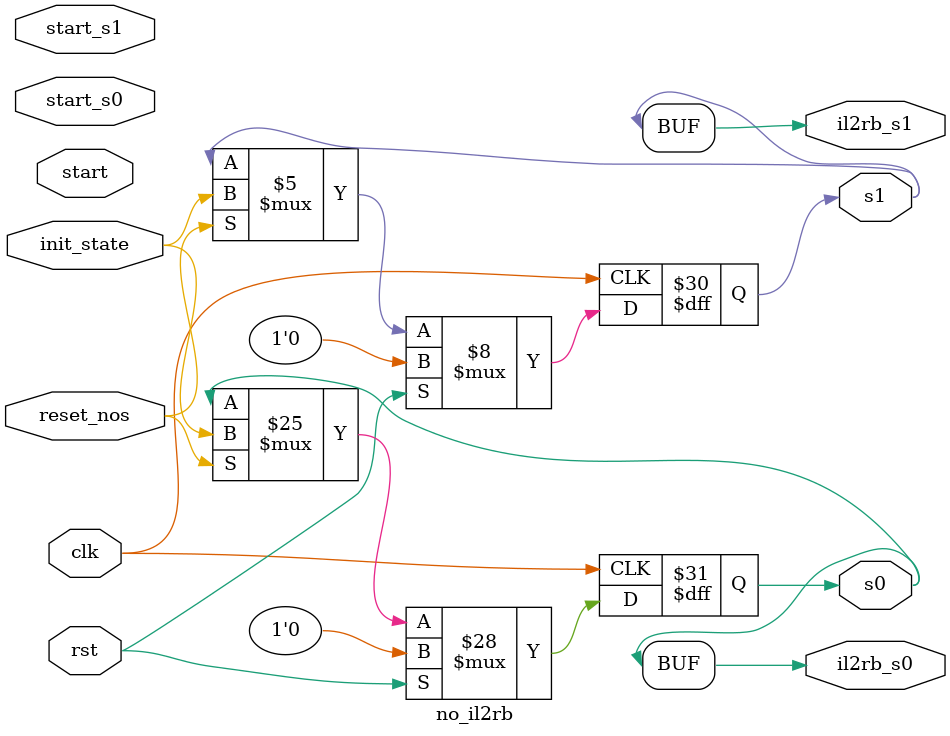
<source format=v>

module no_il2rb
(
  input clk,
  input start,
  input rst,
  input reset_nos,
  input start_s0,
  input start_s1,
  input init_state,
  output reg [1-1:0] s0,
  output reg [1-1:0] s1,
  output [1-1:0] il2rb_s0,
  output [1-1:0] il2rb_s1
);

  reg pass;

  always @(posedge clk) begin
    if(rst) begin
      s0 <= 1'd0;
      pass <= 1'b0;
    end else begin
      if(reset_nos) begin
        s0 <= init_state;
        pass <= 1;
      end else begin
        if(start_s0) begin
          if(pass) begin
            s0 <=  s0 ;
            pass <= 0;
          end else begin
            pass <= 1;
          end
        end 
      end
    end
  end


  always @(posedge clk) begin
    if(rst) begin
      s1 <= 1'd0;
    end else begin
      if(reset_nos) begin
        s1 <= init_state;
      end else begin
        if(start_s1) begin
          s1 <=  s1 ;
        end 
      end
    end
  end

  assign il2rb_s0 = s0;
  assign il2rb_s1 = s1;

endmodule

</source>
